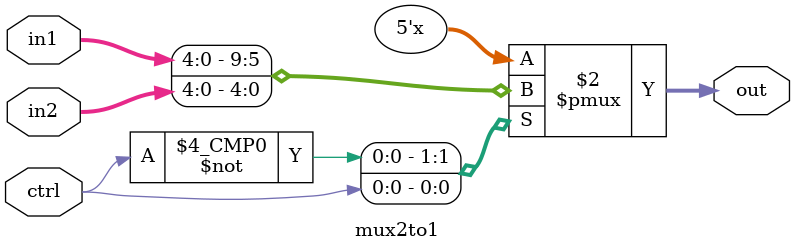
<source format=sv>
`timescale 1ns / 1ps
module mux2to1(out,ctrl,in1,in2);
input ctrl;
input [4:0]in1,in2;
output reg [4:0] out;

always @(ctrl,in1,in2)
begin
case (ctrl)
1'b0:out=in1;
1'b1:out=in2;
endcase
end

endmodule

</source>
